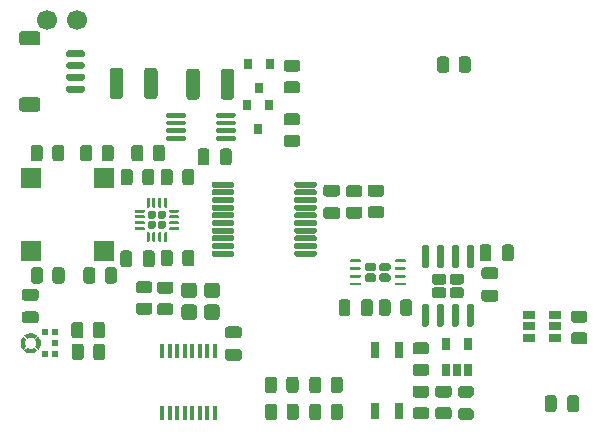
<source format=gtp>
%TF.GenerationSoftware,KiCad,Pcbnew,5.1.10*%
%TF.CreationDate,2021-05-20T00:00:09+01:00*%
%TF.ProjectId,watch2-without-led-tab,77617463-6832-42d7-9769-74686f75742d,rev?*%
%TF.SameCoordinates,Original*%
%TF.FileFunction,Paste,Top*%
%TF.FilePolarity,Positive*%
%FSLAX46Y46*%
G04 Gerber Fmt 4.6, Leading zero omitted, Abs format (unit mm)*
G04 Created by KiCad (PCBNEW 5.1.10) date 2021-05-20 00:00:09*
%MOMM*%
%LPD*%
G01*
G04 APERTURE LIST*
%ADD10C,0.001000*%
%ADD11R,0.700000X1.450000*%
%ADD12R,0.800000X0.900000*%
%ADD13C,1.700000*%
%ADD14R,1.800000X1.800000*%
%ADD15R,0.522000X0.600000*%
%ADD16R,0.400000X1.200000*%
%ADD17R,0.650000X1.060000*%
%ADD18R,1.060000X0.650000*%
G04 APERTURE END LIST*
D10*
%TO.C,MK1*%
G36*
X128710500Y-113325500D02*
G01*
X128810500Y-113425500D01*
X128865500Y-113390500D01*
X128975500Y-113350500D01*
X128975500Y-113345500D01*
X128985500Y-113350500D01*
X129090500Y-113335500D01*
X129100500Y-113331897D01*
X129100500Y-113335500D01*
X129220500Y-113350500D01*
X129320109Y-113393963D01*
X129388166Y-113429328D01*
X129485500Y-113330500D01*
X129600500Y-113220500D01*
X129505500Y-113155500D01*
X129405500Y-113105500D01*
X129315500Y-113075500D01*
X129235500Y-113055500D01*
X129095500Y-113045500D01*
X128935309Y-113059297D01*
X128785500Y-113105500D01*
X128695500Y-113150500D01*
X128595734Y-113215191D01*
X128710500Y-113325500D01*
G37*
X128710500Y-113325500D02*
X128810500Y-113425500D01*
X128865500Y-113390500D01*
X128975500Y-113350500D01*
X128975500Y-113345500D01*
X128985500Y-113350500D01*
X129090500Y-113335500D01*
X129100500Y-113331897D01*
X129100500Y-113335500D01*
X129220500Y-113350500D01*
X129320109Y-113393963D01*
X129388166Y-113429328D01*
X129485500Y-113330500D01*
X129600500Y-113220500D01*
X129505500Y-113155500D01*
X129405500Y-113105500D01*
X129315500Y-113075500D01*
X129235500Y-113055500D01*
X129095500Y-113045500D01*
X128935309Y-113059297D01*
X128785500Y-113105500D01*
X128695500Y-113150500D01*
X128595734Y-113215191D01*
X128710500Y-113325500D01*
G36*
X128565500Y-114235500D02*
G01*
X128670500Y-114135500D01*
X128635500Y-114085500D01*
X128595500Y-113975500D01*
X128581897Y-113855500D01*
X128595500Y-113735500D01*
X128633963Y-113630891D01*
X128669328Y-113567834D01*
X128570500Y-113470500D01*
X128455500Y-113355500D01*
X128390500Y-113450500D01*
X128345500Y-113545500D01*
X128315500Y-113635500D01*
X128295500Y-113715500D01*
X128285500Y-113855500D01*
X128299297Y-114015691D01*
X128345500Y-114165500D01*
X128405500Y-114280500D01*
X128450191Y-114350266D01*
X128565500Y-114235500D01*
G37*
X128565500Y-114235500D02*
X128670500Y-114135500D01*
X128635500Y-114085500D01*
X128595500Y-113975500D01*
X128581897Y-113855500D01*
X128595500Y-113735500D01*
X128633963Y-113630891D01*
X128669328Y-113567834D01*
X128570500Y-113470500D01*
X128455500Y-113355500D01*
X128390500Y-113450500D01*
X128345500Y-113545500D01*
X128315500Y-113635500D01*
X128295500Y-113715500D01*
X128285500Y-113855500D01*
X128299297Y-114015691D01*
X128345500Y-114165500D01*
X128405500Y-114280500D01*
X128450191Y-114350266D01*
X128565500Y-114235500D01*
G36*
X129480500Y-114385500D02*
G01*
X129375500Y-114280500D01*
X129325500Y-114315500D01*
X129215500Y-114355500D01*
X129095500Y-114369103D01*
X128975500Y-114355500D01*
X128870891Y-114317037D01*
X128812834Y-114276672D01*
X128715500Y-114375500D01*
X128595500Y-114495500D01*
X128690500Y-114560500D01*
X128785500Y-114605500D01*
X128865500Y-114635500D01*
X128955500Y-114655500D01*
X129035500Y-114665500D01*
X129160500Y-114665500D01*
X129255691Y-114651703D01*
X129330500Y-114635500D01*
X129405500Y-114605500D01*
X129500500Y-114560500D01*
X129595266Y-114495809D01*
X129480500Y-114385500D01*
G37*
X129480500Y-114385500D02*
X129375500Y-114280500D01*
X129325500Y-114315500D01*
X129215500Y-114355500D01*
X129095500Y-114369103D01*
X128975500Y-114355500D01*
X128870891Y-114317037D01*
X128812834Y-114276672D01*
X128715500Y-114375500D01*
X128595500Y-114495500D01*
X128690500Y-114560500D01*
X128785500Y-114605500D01*
X128865500Y-114635500D01*
X128955500Y-114655500D01*
X129035500Y-114665500D01*
X129160500Y-114665500D01*
X129255691Y-114651703D01*
X129330500Y-114635500D01*
X129405500Y-114605500D01*
X129500500Y-114560500D01*
X129595266Y-114495809D01*
X129480500Y-114385500D01*
G36*
X129625500Y-113480500D02*
G01*
X129530500Y-113575500D01*
X129555500Y-113625500D01*
X129580500Y-113680500D01*
X129595500Y-113735500D01*
X129605500Y-113795500D01*
X129609103Y-113855500D01*
X129595500Y-113975500D01*
X129557037Y-114080109D01*
X129521672Y-114138166D01*
X129620500Y-114240500D01*
X129735500Y-114355500D01*
X129795500Y-114265500D01*
X129845500Y-114165500D01*
X129875500Y-114085500D01*
X129895500Y-113995500D01*
X129905500Y-113855500D01*
X129891703Y-113695309D01*
X129845500Y-113545500D01*
X129795500Y-113440500D01*
X129740809Y-113365734D01*
X129625500Y-113480500D01*
G37*
X129625500Y-113480500D02*
X129530500Y-113575500D01*
X129555500Y-113625500D01*
X129580500Y-113680500D01*
X129595500Y-113735500D01*
X129605500Y-113795500D01*
X129609103Y-113855500D01*
X129595500Y-113975500D01*
X129557037Y-114080109D01*
X129521672Y-114138166D01*
X129620500Y-114240500D01*
X129735500Y-114355500D01*
X129795500Y-114265500D01*
X129845500Y-114165500D01*
X129875500Y-114085500D01*
X129895500Y-113995500D01*
X129905500Y-113855500D01*
X129891703Y-113695309D01*
X129845500Y-113545500D01*
X129795500Y-113440500D01*
X129740809Y-113365734D01*
X129625500Y-113480500D01*
%TD*%
%TO.C,R31*%
G36*
G01*
X145237500Y-93023001D02*
X145237500Y-90872999D01*
G75*
G02*
X145487499Y-90623000I249999J0D01*
G01*
X146112501Y-90623000D01*
G75*
G02*
X146362500Y-90872999I0J-249999D01*
G01*
X146362500Y-93023001D01*
G75*
G02*
X146112501Y-93273000I-249999J0D01*
G01*
X145487499Y-93273000D01*
G75*
G02*
X145237500Y-93023001I0J249999D01*
G01*
G37*
G36*
G01*
X142312500Y-93023001D02*
X142312500Y-90872999D01*
G75*
G02*
X142562499Y-90623000I249999J0D01*
G01*
X143187501Y-90623000D01*
G75*
G02*
X143437500Y-90872999I0J-249999D01*
G01*
X143437500Y-93023001D01*
G75*
G02*
X143187501Y-93273000I-249999J0D01*
G01*
X142562499Y-93273000D01*
G75*
G02*
X142312500Y-93023001I0J249999D01*
G01*
G37*
%TD*%
%TO.C,R28*%
G36*
G01*
X138758500Y-92959501D02*
X138758500Y-90809499D01*
G75*
G02*
X139008499Y-90559500I249999J0D01*
G01*
X139633501Y-90559500D01*
G75*
G02*
X139883500Y-90809499I0J-249999D01*
G01*
X139883500Y-92959501D01*
G75*
G02*
X139633501Y-93209500I-249999J0D01*
G01*
X139008499Y-93209500D01*
G75*
G02*
X138758500Y-92959501I0J249999D01*
G01*
G37*
G36*
G01*
X135833500Y-92959501D02*
X135833500Y-90809499D01*
G75*
G02*
X136083499Y-90559500I249999J0D01*
G01*
X136708501Y-90559500D01*
G75*
G02*
X136958500Y-90809499I0J-249999D01*
G01*
X136958500Y-92959501D01*
G75*
G02*
X136708501Y-93209500I-249999J0D01*
G01*
X136083499Y-93209500D01*
G75*
G02*
X135833500Y-92959501I0J249999D01*
G01*
G37*
%TD*%
%TO.C,R10*%
G36*
G01*
X164534001Y-118495500D02*
X163633999Y-118495500D01*
G75*
G02*
X163384000Y-118245501I0J249999D01*
G01*
X163384000Y-117720499D01*
G75*
G02*
X163633999Y-117470500I249999J0D01*
G01*
X164534001Y-117470500D01*
G75*
G02*
X164784000Y-117720499I0J-249999D01*
G01*
X164784000Y-118245501D01*
G75*
G02*
X164534001Y-118495500I-249999J0D01*
G01*
G37*
G36*
G01*
X164534001Y-120320500D02*
X163633999Y-120320500D01*
G75*
G02*
X163384000Y-120070501I0J249999D01*
G01*
X163384000Y-119545499D01*
G75*
G02*
X163633999Y-119295500I249999J0D01*
G01*
X164534001Y-119295500D01*
G75*
G02*
X164784000Y-119545499I0J-249999D01*
G01*
X164784000Y-120070501D01*
G75*
G02*
X164534001Y-120320500I-249999J0D01*
G01*
G37*
%TD*%
D11*
%TO.C,SW2*%
X160321500Y-119610500D03*
X160321500Y-114450500D03*
X158321500Y-114450500D03*
X158321500Y-119610500D03*
%TD*%
%TO.C,U3*%
G36*
G01*
X160874500Y-108804500D02*
X160874500Y-108929500D01*
G75*
G02*
X160812000Y-108992000I-62500J0D01*
G01*
X160037000Y-108992000D01*
G75*
G02*
X159974500Y-108929500I0J62500D01*
G01*
X159974500Y-108804500D01*
G75*
G02*
X160037000Y-108742000I62500J0D01*
G01*
X160812000Y-108742000D01*
G75*
G02*
X160874500Y-108804500I0J-62500D01*
G01*
G37*
G36*
G01*
X160874500Y-108154500D02*
X160874500Y-108279500D01*
G75*
G02*
X160812000Y-108342000I-62500J0D01*
G01*
X160037000Y-108342000D01*
G75*
G02*
X159974500Y-108279500I0J62500D01*
G01*
X159974500Y-108154500D01*
G75*
G02*
X160037000Y-108092000I62500J0D01*
G01*
X160812000Y-108092000D01*
G75*
G02*
X160874500Y-108154500I0J-62500D01*
G01*
G37*
G36*
G01*
X160874500Y-107504500D02*
X160874500Y-107629500D01*
G75*
G02*
X160812000Y-107692000I-62500J0D01*
G01*
X160037000Y-107692000D01*
G75*
G02*
X159974500Y-107629500I0J62500D01*
G01*
X159974500Y-107504500D01*
G75*
G02*
X160037000Y-107442000I62500J0D01*
G01*
X160812000Y-107442000D01*
G75*
G02*
X160874500Y-107504500I0J-62500D01*
G01*
G37*
G36*
G01*
X160874500Y-106854500D02*
X160874500Y-106979500D01*
G75*
G02*
X160812000Y-107042000I-62500J0D01*
G01*
X160037000Y-107042000D01*
G75*
G02*
X159974500Y-106979500I0J62500D01*
G01*
X159974500Y-106854500D01*
G75*
G02*
X160037000Y-106792000I62500J0D01*
G01*
X160812000Y-106792000D01*
G75*
G02*
X160874500Y-106854500I0J-62500D01*
G01*
G37*
G36*
G01*
X157074500Y-106854500D02*
X157074500Y-106979500D01*
G75*
G02*
X157012000Y-107042000I-62500J0D01*
G01*
X156237000Y-107042000D01*
G75*
G02*
X156174500Y-106979500I0J62500D01*
G01*
X156174500Y-106854500D01*
G75*
G02*
X156237000Y-106792000I62500J0D01*
G01*
X157012000Y-106792000D01*
G75*
G02*
X157074500Y-106854500I0J-62500D01*
G01*
G37*
G36*
G01*
X157074500Y-107504500D02*
X157074500Y-107629500D01*
G75*
G02*
X157012000Y-107692000I-62500J0D01*
G01*
X156237000Y-107692000D01*
G75*
G02*
X156174500Y-107629500I0J62500D01*
G01*
X156174500Y-107504500D01*
G75*
G02*
X156237000Y-107442000I62500J0D01*
G01*
X157012000Y-107442000D01*
G75*
G02*
X157074500Y-107504500I0J-62500D01*
G01*
G37*
G36*
G01*
X157074500Y-108154500D02*
X157074500Y-108279500D01*
G75*
G02*
X157012000Y-108342000I-62500J0D01*
G01*
X156237000Y-108342000D01*
G75*
G02*
X156174500Y-108279500I0J62500D01*
G01*
X156174500Y-108154500D01*
G75*
G02*
X156237000Y-108092000I62500J0D01*
G01*
X157012000Y-108092000D01*
G75*
G02*
X157074500Y-108154500I0J-62500D01*
G01*
G37*
G36*
G01*
X157074500Y-108804500D02*
X157074500Y-108929500D01*
G75*
G02*
X157012000Y-108992000I-62500J0D01*
G01*
X156237000Y-108992000D01*
G75*
G02*
X156174500Y-108929500I0J62500D01*
G01*
X156174500Y-108804500D01*
G75*
G02*
X156237000Y-108742000I62500J0D01*
G01*
X157012000Y-108742000D01*
G75*
G02*
X157074500Y-108804500I0J-62500D01*
G01*
G37*
G36*
G01*
X159609500Y-108159500D02*
X159609500Y-108524500D01*
G75*
G02*
X159427000Y-108707000I-182500J0D01*
G01*
X158822000Y-108707000D01*
G75*
G02*
X158639500Y-108524500I0J182500D01*
G01*
X158639500Y-108159500D01*
G75*
G02*
X158822000Y-107977000I182500J0D01*
G01*
X159427000Y-107977000D01*
G75*
G02*
X159609500Y-108159500I0J-182500D01*
G01*
G37*
G36*
G01*
X159609500Y-107259500D02*
X159609500Y-107624500D01*
G75*
G02*
X159427000Y-107807000I-182500J0D01*
G01*
X158822000Y-107807000D01*
G75*
G02*
X158639500Y-107624500I0J182500D01*
G01*
X158639500Y-107259500D01*
G75*
G02*
X158822000Y-107077000I182500J0D01*
G01*
X159427000Y-107077000D01*
G75*
G02*
X159609500Y-107259500I0J-182500D01*
G01*
G37*
G36*
G01*
X158409500Y-108159500D02*
X158409500Y-108524500D01*
G75*
G02*
X158227000Y-108707000I-182500J0D01*
G01*
X157622000Y-108707000D01*
G75*
G02*
X157439500Y-108524500I0J182500D01*
G01*
X157439500Y-108159500D01*
G75*
G02*
X157622000Y-107977000I182500J0D01*
G01*
X158227000Y-107977000D01*
G75*
G02*
X158409500Y-108159500I0J-182500D01*
G01*
G37*
G36*
G01*
X158409500Y-107259500D02*
X158409500Y-107624500D01*
G75*
G02*
X158227000Y-107807000I-182500J0D01*
G01*
X157622000Y-107807000D01*
G75*
G02*
X157439500Y-107624500I0J182500D01*
G01*
X157439500Y-107259500D01*
G75*
G02*
X157622000Y-107077000I182500J0D01*
G01*
X158227000Y-107077000D01*
G75*
G02*
X158409500Y-107259500I0J-182500D01*
G01*
G37*
%TD*%
%TO.C,R15*%
G36*
G01*
X160420000Y-111321001D02*
X160420000Y-110420999D01*
G75*
G02*
X160669999Y-110171000I249999J0D01*
G01*
X161195001Y-110171000D01*
G75*
G02*
X161445000Y-110420999I0J-249999D01*
G01*
X161445000Y-111321001D01*
G75*
G02*
X161195001Y-111571000I-249999J0D01*
G01*
X160669999Y-111571000D01*
G75*
G02*
X160420000Y-111321001I0J249999D01*
G01*
G37*
G36*
G01*
X158595000Y-111321001D02*
X158595000Y-110420999D01*
G75*
G02*
X158844999Y-110171000I249999J0D01*
G01*
X159370001Y-110171000D01*
G75*
G02*
X159620000Y-110420999I0J-249999D01*
G01*
X159620000Y-111321001D01*
G75*
G02*
X159370001Y-111571000I-249999J0D01*
G01*
X158844999Y-111571000D01*
G75*
G02*
X158595000Y-111321001I0J249999D01*
G01*
G37*
%TD*%
%TO.C,C3*%
G36*
G01*
X156204500Y-110396000D02*
X156204500Y-111346000D01*
G75*
G02*
X155954500Y-111596000I-250000J0D01*
G01*
X155454500Y-111596000D01*
G75*
G02*
X155204500Y-111346000I0J250000D01*
G01*
X155204500Y-110396000D01*
G75*
G02*
X155454500Y-110146000I250000J0D01*
G01*
X155954500Y-110146000D01*
G75*
G02*
X156204500Y-110396000I0J-250000D01*
G01*
G37*
G36*
G01*
X158104500Y-110396000D02*
X158104500Y-111346000D01*
G75*
G02*
X157854500Y-111596000I-250000J0D01*
G01*
X157354500Y-111596000D01*
G75*
G02*
X157104500Y-111346000I0J250000D01*
G01*
X157104500Y-110396000D01*
G75*
G02*
X157354500Y-110146000I250000J0D01*
G01*
X157854500Y-110146000D01*
G75*
G02*
X158104500Y-110396000I0J-250000D01*
G01*
G37*
%TD*%
%TO.C,U10*%
G36*
G01*
X142256500Y-96435000D02*
X142256500Y-96635000D01*
G75*
G02*
X142156500Y-96735000I-100000J0D01*
G01*
X140731500Y-96735000D01*
G75*
G02*
X140631500Y-96635000I0J100000D01*
G01*
X140631500Y-96435000D01*
G75*
G02*
X140731500Y-96335000I100000J0D01*
G01*
X142156500Y-96335000D01*
G75*
G02*
X142256500Y-96435000I0J-100000D01*
G01*
G37*
G36*
G01*
X142256500Y-95785000D02*
X142256500Y-95985000D01*
G75*
G02*
X142156500Y-96085000I-100000J0D01*
G01*
X140731500Y-96085000D01*
G75*
G02*
X140631500Y-95985000I0J100000D01*
G01*
X140631500Y-95785000D01*
G75*
G02*
X140731500Y-95685000I100000J0D01*
G01*
X142156500Y-95685000D01*
G75*
G02*
X142256500Y-95785000I0J-100000D01*
G01*
G37*
G36*
G01*
X142256500Y-95135000D02*
X142256500Y-95335000D01*
G75*
G02*
X142156500Y-95435000I-100000J0D01*
G01*
X140731500Y-95435000D01*
G75*
G02*
X140631500Y-95335000I0J100000D01*
G01*
X140631500Y-95135000D01*
G75*
G02*
X140731500Y-95035000I100000J0D01*
G01*
X142156500Y-95035000D01*
G75*
G02*
X142256500Y-95135000I0J-100000D01*
G01*
G37*
G36*
G01*
X142256500Y-94485000D02*
X142256500Y-94685000D01*
G75*
G02*
X142156500Y-94785000I-100000J0D01*
G01*
X140731500Y-94785000D01*
G75*
G02*
X140631500Y-94685000I0J100000D01*
G01*
X140631500Y-94485000D01*
G75*
G02*
X140731500Y-94385000I100000J0D01*
G01*
X142156500Y-94385000D01*
G75*
G02*
X142256500Y-94485000I0J-100000D01*
G01*
G37*
G36*
G01*
X146481500Y-94485000D02*
X146481500Y-94685000D01*
G75*
G02*
X146381500Y-94785000I-100000J0D01*
G01*
X144956500Y-94785000D01*
G75*
G02*
X144856500Y-94685000I0J100000D01*
G01*
X144856500Y-94485000D01*
G75*
G02*
X144956500Y-94385000I100000J0D01*
G01*
X146381500Y-94385000D01*
G75*
G02*
X146481500Y-94485000I0J-100000D01*
G01*
G37*
G36*
G01*
X146481500Y-95135000D02*
X146481500Y-95335000D01*
G75*
G02*
X146381500Y-95435000I-100000J0D01*
G01*
X144956500Y-95435000D01*
G75*
G02*
X144856500Y-95335000I0J100000D01*
G01*
X144856500Y-95135000D01*
G75*
G02*
X144956500Y-95035000I100000J0D01*
G01*
X146381500Y-95035000D01*
G75*
G02*
X146481500Y-95135000I0J-100000D01*
G01*
G37*
G36*
G01*
X146481500Y-95785000D02*
X146481500Y-95985000D01*
G75*
G02*
X146381500Y-96085000I-100000J0D01*
G01*
X144956500Y-96085000D01*
G75*
G02*
X144856500Y-95985000I0J100000D01*
G01*
X144856500Y-95785000D01*
G75*
G02*
X144956500Y-95685000I100000J0D01*
G01*
X146381500Y-95685000D01*
G75*
G02*
X146481500Y-95785000I0J-100000D01*
G01*
G37*
G36*
G01*
X146481500Y-96435000D02*
X146481500Y-96635000D01*
G75*
G02*
X146381500Y-96735000I-100000J0D01*
G01*
X144956500Y-96735000D01*
G75*
G02*
X144856500Y-96635000I0J100000D01*
G01*
X144856500Y-96435000D01*
G75*
G02*
X144956500Y-96335000I100000J0D01*
G01*
X146381500Y-96335000D01*
G75*
G02*
X146481500Y-96435000I0J-100000D01*
G01*
G37*
%TD*%
%TO.C,C9*%
G36*
G01*
X144266500Y-97632500D02*
X144266500Y-98582500D01*
G75*
G02*
X144016500Y-98832500I-250000J0D01*
G01*
X143516500Y-98832500D01*
G75*
G02*
X143266500Y-98582500I0J250000D01*
G01*
X143266500Y-97632500D01*
G75*
G02*
X143516500Y-97382500I250000J0D01*
G01*
X144016500Y-97382500D01*
G75*
G02*
X144266500Y-97632500I0J-250000D01*
G01*
G37*
G36*
G01*
X146166500Y-97632500D02*
X146166500Y-98582500D01*
G75*
G02*
X145916500Y-98832500I-250000J0D01*
G01*
X145416500Y-98832500D01*
G75*
G02*
X145166500Y-98582500I0J250000D01*
G01*
X145166500Y-97632500D01*
G75*
G02*
X145416500Y-97382500I250000J0D01*
G01*
X145916500Y-97382500D01*
G75*
G02*
X146166500Y-97632500I0J-250000D01*
G01*
G37*
%TD*%
D12*
%TO.C,Q3*%
X148399500Y-95742000D03*
X147449500Y-93742000D03*
X149349500Y-93742000D03*
%TD*%
%TO.C,Q2*%
X149413000Y-90249500D03*
X147513000Y-90249500D03*
X148463000Y-92249500D03*
%TD*%
%TO.C,R32*%
G36*
G01*
X150806998Y-91713000D02*
X151707002Y-91713000D01*
G75*
G02*
X151957000Y-91962998I0J-249998D01*
G01*
X151957000Y-92488002D01*
G75*
G02*
X151707002Y-92738000I-249998J0D01*
G01*
X150806998Y-92738000D01*
G75*
G02*
X150557000Y-92488002I0J249998D01*
G01*
X150557000Y-91962998D01*
G75*
G02*
X150806998Y-91713000I249998J0D01*
G01*
G37*
G36*
G01*
X150806998Y-89888000D02*
X151707002Y-89888000D01*
G75*
G02*
X151957000Y-90137998I0J-249998D01*
G01*
X151957000Y-90663002D01*
G75*
G02*
X151707002Y-90913000I-249998J0D01*
G01*
X150806998Y-90913000D01*
G75*
G02*
X150557000Y-90663002I0J249998D01*
G01*
X150557000Y-90137998D01*
G75*
G02*
X150806998Y-89888000I249998J0D01*
G01*
G37*
%TD*%
%TO.C,J2*%
G36*
G01*
X132312000Y-89068500D02*
X133562000Y-89068500D01*
G75*
G02*
X133712000Y-89218500I0J-150000D01*
G01*
X133712000Y-89518500D01*
G75*
G02*
X133562000Y-89668500I-150000J0D01*
G01*
X132312000Y-89668500D01*
G75*
G02*
X132162000Y-89518500I0J150000D01*
G01*
X132162000Y-89218500D01*
G75*
G02*
X132312000Y-89068500I150000J0D01*
G01*
G37*
G36*
G01*
X132312000Y-90068500D02*
X133562000Y-90068500D01*
G75*
G02*
X133712000Y-90218500I0J-150000D01*
G01*
X133712000Y-90518500D01*
G75*
G02*
X133562000Y-90668500I-150000J0D01*
G01*
X132312000Y-90668500D01*
G75*
G02*
X132162000Y-90518500I0J150000D01*
G01*
X132162000Y-90218500D01*
G75*
G02*
X132312000Y-90068500I150000J0D01*
G01*
G37*
G36*
G01*
X132312000Y-91068500D02*
X133562000Y-91068500D01*
G75*
G02*
X133712000Y-91218500I0J-150000D01*
G01*
X133712000Y-91518500D01*
G75*
G02*
X133562000Y-91668500I-150000J0D01*
G01*
X132312000Y-91668500D01*
G75*
G02*
X132162000Y-91518500I0J150000D01*
G01*
X132162000Y-91218500D01*
G75*
G02*
X132312000Y-91068500I150000J0D01*
G01*
G37*
G36*
G01*
X132312000Y-92068500D02*
X133562000Y-92068500D01*
G75*
G02*
X133712000Y-92218500I0J-150000D01*
G01*
X133712000Y-92518500D01*
G75*
G02*
X133562000Y-92668500I-150000J0D01*
G01*
X132312000Y-92668500D01*
G75*
G02*
X132162000Y-92518500I0J150000D01*
G01*
X132162000Y-92218500D01*
G75*
G02*
X132312000Y-92068500I150000J0D01*
G01*
G37*
G36*
G01*
X128411999Y-87468500D02*
X129712001Y-87468500D01*
G75*
G02*
X129962000Y-87718499I0J-249999D01*
G01*
X129962000Y-88418501D01*
G75*
G02*
X129712001Y-88668500I-249999J0D01*
G01*
X128411999Y-88668500D01*
G75*
G02*
X128162000Y-88418501I0J249999D01*
G01*
X128162000Y-87718499D01*
G75*
G02*
X128411999Y-87468500I249999J0D01*
G01*
G37*
G36*
G01*
X128411999Y-93068500D02*
X129712001Y-93068500D01*
G75*
G02*
X129962000Y-93318499I0J-249999D01*
G01*
X129962000Y-94018501D01*
G75*
G02*
X129712001Y-94268500I-249999J0D01*
G01*
X128411999Y-94268500D01*
G75*
G02*
X128162000Y-94018501I0J249999D01*
G01*
X128162000Y-93318499D01*
G75*
G02*
X128411999Y-93068500I249999J0D01*
G01*
G37*
%TD*%
%TO.C,U6*%
G36*
G01*
X146357500Y-106178000D02*
X146357500Y-106428000D01*
G75*
G02*
X146232500Y-106553000I-125000J0D01*
G01*
X144582500Y-106553000D01*
G75*
G02*
X144457500Y-106428000I0J125000D01*
G01*
X144457500Y-106178000D01*
G75*
G02*
X144582500Y-106053000I125000J0D01*
G01*
X146232500Y-106053000D01*
G75*
G02*
X146357500Y-106178000I0J-125000D01*
G01*
G37*
G36*
G01*
X146357500Y-105528000D02*
X146357500Y-105778000D01*
G75*
G02*
X146232500Y-105903000I-125000J0D01*
G01*
X144582500Y-105903000D01*
G75*
G02*
X144457500Y-105778000I0J125000D01*
G01*
X144457500Y-105528000D01*
G75*
G02*
X144582500Y-105403000I125000J0D01*
G01*
X146232500Y-105403000D01*
G75*
G02*
X146357500Y-105528000I0J-125000D01*
G01*
G37*
G36*
G01*
X146357500Y-104878000D02*
X146357500Y-105128000D01*
G75*
G02*
X146232500Y-105253000I-125000J0D01*
G01*
X144582500Y-105253000D01*
G75*
G02*
X144457500Y-105128000I0J125000D01*
G01*
X144457500Y-104878000D01*
G75*
G02*
X144582500Y-104753000I125000J0D01*
G01*
X146232500Y-104753000D01*
G75*
G02*
X146357500Y-104878000I0J-125000D01*
G01*
G37*
G36*
G01*
X146357500Y-104228000D02*
X146357500Y-104478000D01*
G75*
G02*
X146232500Y-104603000I-125000J0D01*
G01*
X144582500Y-104603000D01*
G75*
G02*
X144457500Y-104478000I0J125000D01*
G01*
X144457500Y-104228000D01*
G75*
G02*
X144582500Y-104103000I125000J0D01*
G01*
X146232500Y-104103000D01*
G75*
G02*
X146357500Y-104228000I0J-125000D01*
G01*
G37*
G36*
G01*
X146357500Y-103578000D02*
X146357500Y-103828000D01*
G75*
G02*
X146232500Y-103953000I-125000J0D01*
G01*
X144582500Y-103953000D01*
G75*
G02*
X144457500Y-103828000I0J125000D01*
G01*
X144457500Y-103578000D01*
G75*
G02*
X144582500Y-103453000I125000J0D01*
G01*
X146232500Y-103453000D01*
G75*
G02*
X146357500Y-103578000I0J-125000D01*
G01*
G37*
G36*
G01*
X146357500Y-102928000D02*
X146357500Y-103178000D01*
G75*
G02*
X146232500Y-103303000I-125000J0D01*
G01*
X144582500Y-103303000D01*
G75*
G02*
X144457500Y-103178000I0J125000D01*
G01*
X144457500Y-102928000D01*
G75*
G02*
X144582500Y-102803000I125000J0D01*
G01*
X146232500Y-102803000D01*
G75*
G02*
X146357500Y-102928000I0J-125000D01*
G01*
G37*
G36*
G01*
X146357500Y-102278000D02*
X146357500Y-102528000D01*
G75*
G02*
X146232500Y-102653000I-125000J0D01*
G01*
X144582500Y-102653000D01*
G75*
G02*
X144457500Y-102528000I0J125000D01*
G01*
X144457500Y-102278000D01*
G75*
G02*
X144582500Y-102153000I125000J0D01*
G01*
X146232500Y-102153000D01*
G75*
G02*
X146357500Y-102278000I0J-125000D01*
G01*
G37*
G36*
G01*
X146357500Y-101628000D02*
X146357500Y-101878000D01*
G75*
G02*
X146232500Y-102003000I-125000J0D01*
G01*
X144582500Y-102003000D01*
G75*
G02*
X144457500Y-101878000I0J125000D01*
G01*
X144457500Y-101628000D01*
G75*
G02*
X144582500Y-101503000I125000J0D01*
G01*
X146232500Y-101503000D01*
G75*
G02*
X146357500Y-101628000I0J-125000D01*
G01*
G37*
G36*
G01*
X146357500Y-100978000D02*
X146357500Y-101228000D01*
G75*
G02*
X146232500Y-101353000I-125000J0D01*
G01*
X144582500Y-101353000D01*
G75*
G02*
X144457500Y-101228000I0J125000D01*
G01*
X144457500Y-100978000D01*
G75*
G02*
X144582500Y-100853000I125000J0D01*
G01*
X146232500Y-100853000D01*
G75*
G02*
X146357500Y-100978000I0J-125000D01*
G01*
G37*
G36*
G01*
X146357500Y-100328000D02*
X146357500Y-100578000D01*
G75*
G02*
X146232500Y-100703000I-125000J0D01*
G01*
X144582500Y-100703000D01*
G75*
G02*
X144457500Y-100578000I0J125000D01*
G01*
X144457500Y-100328000D01*
G75*
G02*
X144582500Y-100203000I125000J0D01*
G01*
X146232500Y-100203000D01*
G75*
G02*
X146357500Y-100328000I0J-125000D01*
G01*
G37*
G36*
G01*
X153357500Y-100328000D02*
X153357500Y-100578000D01*
G75*
G02*
X153232500Y-100703000I-125000J0D01*
G01*
X151582500Y-100703000D01*
G75*
G02*
X151457500Y-100578000I0J125000D01*
G01*
X151457500Y-100328000D01*
G75*
G02*
X151582500Y-100203000I125000J0D01*
G01*
X153232500Y-100203000D01*
G75*
G02*
X153357500Y-100328000I0J-125000D01*
G01*
G37*
G36*
G01*
X153357500Y-100978000D02*
X153357500Y-101228000D01*
G75*
G02*
X153232500Y-101353000I-125000J0D01*
G01*
X151582500Y-101353000D01*
G75*
G02*
X151457500Y-101228000I0J125000D01*
G01*
X151457500Y-100978000D01*
G75*
G02*
X151582500Y-100853000I125000J0D01*
G01*
X153232500Y-100853000D01*
G75*
G02*
X153357500Y-100978000I0J-125000D01*
G01*
G37*
G36*
G01*
X153357500Y-101628000D02*
X153357500Y-101878000D01*
G75*
G02*
X153232500Y-102003000I-125000J0D01*
G01*
X151582500Y-102003000D01*
G75*
G02*
X151457500Y-101878000I0J125000D01*
G01*
X151457500Y-101628000D01*
G75*
G02*
X151582500Y-101503000I125000J0D01*
G01*
X153232500Y-101503000D01*
G75*
G02*
X153357500Y-101628000I0J-125000D01*
G01*
G37*
G36*
G01*
X153357500Y-102278000D02*
X153357500Y-102528000D01*
G75*
G02*
X153232500Y-102653000I-125000J0D01*
G01*
X151582500Y-102653000D01*
G75*
G02*
X151457500Y-102528000I0J125000D01*
G01*
X151457500Y-102278000D01*
G75*
G02*
X151582500Y-102153000I125000J0D01*
G01*
X153232500Y-102153000D01*
G75*
G02*
X153357500Y-102278000I0J-125000D01*
G01*
G37*
G36*
G01*
X153357500Y-102928000D02*
X153357500Y-103178000D01*
G75*
G02*
X153232500Y-103303000I-125000J0D01*
G01*
X151582500Y-103303000D01*
G75*
G02*
X151457500Y-103178000I0J125000D01*
G01*
X151457500Y-102928000D01*
G75*
G02*
X151582500Y-102803000I125000J0D01*
G01*
X153232500Y-102803000D01*
G75*
G02*
X153357500Y-102928000I0J-125000D01*
G01*
G37*
G36*
G01*
X153357500Y-103578000D02*
X153357500Y-103828000D01*
G75*
G02*
X153232500Y-103953000I-125000J0D01*
G01*
X151582500Y-103953000D01*
G75*
G02*
X151457500Y-103828000I0J125000D01*
G01*
X151457500Y-103578000D01*
G75*
G02*
X151582500Y-103453000I125000J0D01*
G01*
X153232500Y-103453000D01*
G75*
G02*
X153357500Y-103578000I0J-125000D01*
G01*
G37*
G36*
G01*
X153357500Y-104228000D02*
X153357500Y-104478000D01*
G75*
G02*
X153232500Y-104603000I-125000J0D01*
G01*
X151582500Y-104603000D01*
G75*
G02*
X151457500Y-104478000I0J125000D01*
G01*
X151457500Y-104228000D01*
G75*
G02*
X151582500Y-104103000I125000J0D01*
G01*
X153232500Y-104103000D01*
G75*
G02*
X153357500Y-104228000I0J-125000D01*
G01*
G37*
G36*
G01*
X153357500Y-104878000D02*
X153357500Y-105128000D01*
G75*
G02*
X153232500Y-105253000I-125000J0D01*
G01*
X151582500Y-105253000D01*
G75*
G02*
X151457500Y-105128000I0J125000D01*
G01*
X151457500Y-104878000D01*
G75*
G02*
X151582500Y-104753000I125000J0D01*
G01*
X153232500Y-104753000D01*
G75*
G02*
X153357500Y-104878000I0J-125000D01*
G01*
G37*
G36*
G01*
X153357500Y-105528000D02*
X153357500Y-105778000D01*
G75*
G02*
X153232500Y-105903000I-125000J0D01*
G01*
X151582500Y-105903000D01*
G75*
G02*
X151457500Y-105778000I0J125000D01*
G01*
X151457500Y-105528000D01*
G75*
G02*
X151582500Y-105403000I125000J0D01*
G01*
X153232500Y-105403000D01*
G75*
G02*
X153357500Y-105528000I0J-125000D01*
G01*
G37*
G36*
G01*
X153357500Y-106178000D02*
X153357500Y-106428000D01*
G75*
G02*
X153232500Y-106553000I-125000J0D01*
G01*
X151582500Y-106553000D01*
G75*
G02*
X151457500Y-106428000I0J125000D01*
G01*
X151457500Y-106178000D01*
G75*
G02*
X151582500Y-106053000I125000J0D01*
G01*
X153232500Y-106053000D01*
G75*
G02*
X153357500Y-106178000I0J-125000D01*
G01*
G37*
%TD*%
%TO.C,C1*%
G36*
G01*
X145829000Y-112466500D02*
X146779000Y-112466500D01*
G75*
G02*
X147029000Y-112716500I0J-250000D01*
G01*
X147029000Y-113216500D01*
G75*
G02*
X146779000Y-113466500I-250000J0D01*
G01*
X145829000Y-113466500D01*
G75*
G02*
X145579000Y-113216500I0J250000D01*
G01*
X145579000Y-112716500D01*
G75*
G02*
X145829000Y-112466500I250000J0D01*
G01*
G37*
G36*
G01*
X145829000Y-114366500D02*
X146779000Y-114366500D01*
G75*
G02*
X147029000Y-114616500I0J-250000D01*
G01*
X147029000Y-115116500D01*
G75*
G02*
X146779000Y-115366500I-250000J0D01*
G01*
X145829000Y-115366500D01*
G75*
G02*
X145579000Y-115116500I0J250000D01*
G01*
X145579000Y-114616500D01*
G75*
G02*
X145829000Y-114366500I250000J0D01*
G01*
G37*
%TD*%
%TO.C,C2*%
G36*
G01*
X174567000Y-119474000D02*
X174567000Y-118524000D01*
G75*
G02*
X174817000Y-118274000I250000J0D01*
G01*
X175317000Y-118274000D01*
G75*
G02*
X175567000Y-118524000I0J-250000D01*
G01*
X175567000Y-119474000D01*
G75*
G02*
X175317000Y-119724000I-250000J0D01*
G01*
X174817000Y-119724000D01*
G75*
G02*
X174567000Y-119474000I0J250000D01*
G01*
G37*
G36*
G01*
X172667000Y-119474000D02*
X172667000Y-118524000D01*
G75*
G02*
X172917000Y-118274000I250000J0D01*
G01*
X173417000Y-118274000D01*
G75*
G02*
X173667000Y-118524000I0J-250000D01*
G01*
X173667000Y-119474000D01*
G75*
G02*
X173417000Y-119724000I-250000J0D01*
G01*
X172917000Y-119724000D01*
G75*
G02*
X172667000Y-119474000I0J250000D01*
G01*
G37*
%TD*%
%TO.C,C4*%
G36*
G01*
X167546000Y-107450000D02*
X168496000Y-107450000D01*
G75*
G02*
X168746000Y-107700000I0J-250000D01*
G01*
X168746000Y-108200000D01*
G75*
G02*
X168496000Y-108450000I-250000J0D01*
G01*
X167546000Y-108450000D01*
G75*
G02*
X167296000Y-108200000I0J250000D01*
G01*
X167296000Y-107700000D01*
G75*
G02*
X167546000Y-107450000I250000J0D01*
G01*
G37*
G36*
G01*
X167546000Y-109350000D02*
X168496000Y-109350000D01*
G75*
G02*
X168746000Y-109600000I0J-250000D01*
G01*
X168746000Y-110100000D01*
G75*
G02*
X168496000Y-110350000I-250000J0D01*
G01*
X167546000Y-110350000D01*
G75*
G02*
X167296000Y-110100000I0J250000D01*
G01*
X167296000Y-109600000D01*
G75*
G02*
X167546000Y-109350000I250000J0D01*
G01*
G37*
%TD*%
%TO.C,C5*%
G36*
G01*
X155097500Y-103367500D02*
X154147500Y-103367500D01*
G75*
G02*
X153897500Y-103117500I0J250000D01*
G01*
X153897500Y-102617500D01*
G75*
G02*
X154147500Y-102367500I250000J0D01*
G01*
X155097500Y-102367500D01*
G75*
G02*
X155347500Y-102617500I0J-250000D01*
G01*
X155347500Y-103117500D01*
G75*
G02*
X155097500Y-103367500I-250000J0D01*
G01*
G37*
G36*
G01*
X155097500Y-101467500D02*
X154147500Y-101467500D01*
G75*
G02*
X153897500Y-101217500I0J250000D01*
G01*
X153897500Y-100717500D01*
G75*
G02*
X154147500Y-100467500I250000J0D01*
G01*
X155097500Y-100467500D01*
G75*
G02*
X155347500Y-100717500I0J-250000D01*
G01*
X155347500Y-101217500D01*
G75*
G02*
X155097500Y-101467500I-250000J0D01*
G01*
G37*
%TD*%
%TO.C,C6*%
G36*
G01*
X169045000Y-106710500D02*
X169045000Y-105760500D01*
G75*
G02*
X169295000Y-105510500I250000J0D01*
G01*
X169795000Y-105510500D01*
G75*
G02*
X170045000Y-105760500I0J-250000D01*
G01*
X170045000Y-106710500D01*
G75*
G02*
X169795000Y-106960500I-250000J0D01*
G01*
X169295000Y-106960500D01*
G75*
G02*
X169045000Y-106710500I0J250000D01*
G01*
G37*
G36*
G01*
X167145000Y-106710500D02*
X167145000Y-105760500D01*
G75*
G02*
X167395000Y-105510500I250000J0D01*
G01*
X167895000Y-105510500D01*
G75*
G02*
X168145000Y-105760500I0J-250000D01*
G01*
X168145000Y-106710500D01*
G75*
G02*
X167895000Y-106960500I-250000J0D01*
G01*
X167395000Y-106960500D01*
G75*
G02*
X167145000Y-106710500I0J250000D01*
G01*
G37*
%TD*%
%TO.C,C7*%
G36*
G01*
X138623500Y-107218500D02*
X138623500Y-106268500D01*
G75*
G02*
X138873500Y-106018500I250000J0D01*
G01*
X139373500Y-106018500D01*
G75*
G02*
X139623500Y-106268500I0J-250000D01*
G01*
X139623500Y-107218500D01*
G75*
G02*
X139373500Y-107468500I-250000J0D01*
G01*
X138873500Y-107468500D01*
G75*
G02*
X138623500Y-107218500I0J250000D01*
G01*
G37*
G36*
G01*
X136723500Y-107218500D02*
X136723500Y-106268500D01*
G75*
G02*
X136973500Y-106018500I250000J0D01*
G01*
X137473500Y-106018500D01*
G75*
G02*
X137723500Y-106268500I0J-250000D01*
G01*
X137723500Y-107218500D01*
G75*
G02*
X137473500Y-107468500I-250000J0D01*
G01*
X136973500Y-107468500D01*
G75*
G02*
X136723500Y-107218500I0J250000D01*
G01*
G37*
%TD*%
%TO.C,C8*%
G36*
G01*
X129570500Y-112196500D02*
X128620500Y-112196500D01*
G75*
G02*
X128370500Y-111946500I0J250000D01*
G01*
X128370500Y-111446500D01*
G75*
G02*
X128620500Y-111196500I250000J0D01*
G01*
X129570500Y-111196500D01*
G75*
G02*
X129820500Y-111446500I0J-250000D01*
G01*
X129820500Y-111946500D01*
G75*
G02*
X129570500Y-112196500I-250000J0D01*
G01*
G37*
G36*
G01*
X129570500Y-110296500D02*
X128620500Y-110296500D01*
G75*
G02*
X128370500Y-110046500I0J250000D01*
G01*
X128370500Y-109546500D01*
G75*
G02*
X128620500Y-109296500I250000J0D01*
G01*
X129570500Y-109296500D01*
G75*
G02*
X129820500Y-109546500I0J-250000D01*
G01*
X129820500Y-110046500D01*
G75*
G02*
X129570500Y-110296500I-250000J0D01*
G01*
G37*
%TD*%
%TO.C,D1*%
G36*
G01*
X165531000Y-119408000D02*
X166447000Y-119408000D01*
G75*
G02*
X166639000Y-119600000I0J-192000D01*
G01*
X166639000Y-120216000D01*
G75*
G02*
X166447000Y-120408000I-192000J0D01*
G01*
X165531000Y-120408000D01*
G75*
G02*
X165339000Y-120216000I0J192000D01*
G01*
X165339000Y-119600000D01*
G75*
G02*
X165531000Y-119408000I192000J0D01*
G01*
G37*
G36*
G01*
X165531000Y-117483000D02*
X166447000Y-117483000D01*
G75*
G02*
X166639000Y-117675000I0J-192000D01*
G01*
X166639000Y-118291000D01*
G75*
G02*
X166447000Y-118483000I-192000J0D01*
G01*
X165531000Y-118483000D01*
G75*
G02*
X165339000Y-118291000I0J192000D01*
G01*
X165339000Y-117675000D01*
G75*
G02*
X165531000Y-117483000I192000J0D01*
G01*
G37*
%TD*%
%TO.C,D2*%
G36*
G01*
X141895000Y-109810501D02*
X141895000Y-109010499D01*
G75*
G02*
X142144999Y-108760500I249999J0D01*
G01*
X142970001Y-108760500D01*
G75*
G02*
X143220000Y-109010499I0J-249999D01*
G01*
X143220000Y-109810501D01*
G75*
G02*
X142970001Y-110060500I-249999J0D01*
G01*
X142144999Y-110060500D01*
G75*
G02*
X141895000Y-109810501I0J249999D01*
G01*
G37*
G36*
G01*
X143820000Y-109810501D02*
X143820000Y-109010499D01*
G75*
G02*
X144069999Y-108760500I249999J0D01*
G01*
X144895001Y-108760500D01*
G75*
G02*
X145145000Y-109010499I0J-249999D01*
G01*
X145145000Y-109810501D01*
G75*
G02*
X144895001Y-110060500I-249999J0D01*
G01*
X144069999Y-110060500D01*
G75*
G02*
X143820000Y-109810501I0J249999D01*
G01*
G37*
%TD*%
%TO.C,D3*%
G36*
G01*
X141895000Y-111652001D02*
X141895000Y-110851999D01*
G75*
G02*
X142144999Y-110602000I249999J0D01*
G01*
X142970001Y-110602000D01*
G75*
G02*
X143220000Y-110851999I0J-249999D01*
G01*
X143220000Y-111652001D01*
G75*
G02*
X142970001Y-111902000I-249999J0D01*
G01*
X142144999Y-111902000D01*
G75*
G02*
X141895000Y-111652001I0J249999D01*
G01*
G37*
G36*
G01*
X143820000Y-111652001D02*
X143820000Y-110851999D01*
G75*
G02*
X144069999Y-110602000I249999J0D01*
G01*
X144895001Y-110602000D01*
G75*
G02*
X145145000Y-110851999I0J-249999D01*
G01*
X145145000Y-111652001D01*
G75*
G02*
X144895001Y-111902000I-249999J0D01*
G01*
X144069999Y-111902000D01*
G75*
G02*
X143820000Y-111652001I0J249999D01*
G01*
G37*
%TD*%
D13*
%TO.C,J7*%
X130556000Y-86550500D03*
X133096000Y-86550500D03*
%TD*%
D14*
%TO.C,LS1*%
X135309000Y-99922000D03*
X129159000Y-99922000D03*
X129159000Y-106072000D03*
X135309000Y-106072000D03*
%TD*%
D15*
%TO.C,MK1*%
X130347500Y-114755500D03*
X131169500Y-114755500D03*
X131169500Y-113855500D03*
X131169500Y-112955500D03*
X130347500Y-112955500D03*
%TD*%
%TO.C,R1*%
G36*
G01*
X164573000Y-89846998D02*
X164573000Y-90747002D01*
G75*
G02*
X164323002Y-90997000I-249998J0D01*
G01*
X163797998Y-90997000D01*
G75*
G02*
X163548000Y-90747002I0J249998D01*
G01*
X163548000Y-89846998D01*
G75*
G02*
X163797998Y-89597000I249998J0D01*
G01*
X164323002Y-89597000D01*
G75*
G02*
X164573000Y-89846998I0J-249998D01*
G01*
G37*
G36*
G01*
X166398000Y-89846998D02*
X166398000Y-90747002D01*
G75*
G02*
X166148002Y-90997000I-249998J0D01*
G01*
X165622998Y-90997000D01*
G75*
G02*
X165373000Y-90747002I0J249998D01*
G01*
X165373000Y-89846998D01*
G75*
G02*
X165622998Y-89597000I249998J0D01*
G01*
X166148002Y-89597000D01*
G75*
G02*
X166398000Y-89846998I0J-249998D01*
G01*
G37*
%TD*%
%TO.C,R2*%
G36*
G01*
X156077498Y-100492500D02*
X156977502Y-100492500D01*
G75*
G02*
X157227500Y-100742498I0J-249998D01*
G01*
X157227500Y-101267502D01*
G75*
G02*
X156977502Y-101517500I-249998J0D01*
G01*
X156077498Y-101517500D01*
G75*
G02*
X155827500Y-101267502I0J249998D01*
G01*
X155827500Y-100742498D01*
G75*
G02*
X156077498Y-100492500I249998J0D01*
G01*
G37*
G36*
G01*
X156077498Y-102317500D02*
X156977502Y-102317500D01*
G75*
G02*
X157227500Y-102567498I0J-249998D01*
G01*
X157227500Y-103092502D01*
G75*
G02*
X156977502Y-103342500I-249998J0D01*
G01*
X156077498Y-103342500D01*
G75*
G02*
X155827500Y-103092502I0J249998D01*
G01*
X155827500Y-102567498D01*
G75*
G02*
X156077498Y-102317500I249998J0D01*
G01*
G37*
%TD*%
%TO.C,R3*%
G36*
G01*
X157918998Y-102277500D02*
X158819002Y-102277500D01*
G75*
G02*
X159069000Y-102527498I0J-249998D01*
G01*
X159069000Y-103052502D01*
G75*
G02*
X158819002Y-103302500I-249998J0D01*
G01*
X157918998Y-103302500D01*
G75*
G02*
X157669000Y-103052502I0J249998D01*
G01*
X157669000Y-102527498D01*
G75*
G02*
X157918998Y-102277500I249998J0D01*
G01*
G37*
G36*
G01*
X157918998Y-100452500D02*
X158819002Y-100452500D01*
G75*
G02*
X159069000Y-100702498I0J-249998D01*
G01*
X159069000Y-101227502D01*
G75*
G02*
X158819002Y-101477500I-249998J0D01*
G01*
X157918998Y-101477500D01*
G75*
G02*
X157669000Y-101227502I0J249998D01*
G01*
X157669000Y-100702498D01*
G75*
G02*
X157918998Y-100452500I249998J0D01*
G01*
G37*
%TD*%
%TO.C,R4*%
G36*
G01*
X150791500Y-117861502D02*
X150791500Y-116961498D01*
G75*
G02*
X151041498Y-116711500I249998J0D01*
G01*
X151566502Y-116711500D01*
G75*
G02*
X151816500Y-116961498I0J-249998D01*
G01*
X151816500Y-117861502D01*
G75*
G02*
X151566502Y-118111500I-249998J0D01*
G01*
X151041498Y-118111500D01*
G75*
G02*
X150791500Y-117861502I0J249998D01*
G01*
G37*
G36*
G01*
X148966500Y-117861502D02*
X148966500Y-116961498D01*
G75*
G02*
X149216498Y-116711500I249998J0D01*
G01*
X149741502Y-116711500D01*
G75*
G02*
X149991500Y-116961498I0J-249998D01*
G01*
X149991500Y-117861502D01*
G75*
G02*
X149741502Y-118111500I-249998J0D01*
G01*
X149216498Y-118111500D01*
G75*
G02*
X148966500Y-117861502I0J249998D01*
G01*
G37*
%TD*%
%TO.C,R5*%
G36*
G01*
X148983000Y-120147502D02*
X148983000Y-119247498D01*
G75*
G02*
X149232998Y-118997500I249998J0D01*
G01*
X149758002Y-118997500D01*
G75*
G02*
X150008000Y-119247498I0J-249998D01*
G01*
X150008000Y-120147502D01*
G75*
G02*
X149758002Y-120397500I-249998J0D01*
G01*
X149232998Y-120397500D01*
G75*
G02*
X148983000Y-120147502I0J249998D01*
G01*
G37*
G36*
G01*
X150808000Y-120147502D02*
X150808000Y-119247498D01*
G75*
G02*
X151057998Y-118997500I249998J0D01*
G01*
X151583002Y-118997500D01*
G75*
G02*
X151833000Y-119247498I0J-249998D01*
G01*
X151833000Y-120147502D01*
G75*
G02*
X151583002Y-120397500I-249998J0D01*
G01*
X151057998Y-120397500D01*
G75*
G02*
X150808000Y-120147502I0J249998D01*
G01*
G37*
%TD*%
%TO.C,R6*%
G36*
G01*
X161728998Y-117470500D02*
X162629002Y-117470500D01*
G75*
G02*
X162879000Y-117720498I0J-249998D01*
G01*
X162879000Y-118245502D01*
G75*
G02*
X162629002Y-118495500I-249998J0D01*
G01*
X161728998Y-118495500D01*
G75*
G02*
X161479000Y-118245502I0J249998D01*
G01*
X161479000Y-117720498D01*
G75*
G02*
X161728998Y-117470500I249998J0D01*
G01*
G37*
G36*
G01*
X161728998Y-119295500D02*
X162629002Y-119295500D01*
G75*
G02*
X162879000Y-119545498I0J-249998D01*
G01*
X162879000Y-120070502D01*
G75*
G02*
X162629002Y-120320500I-249998J0D01*
G01*
X161728998Y-120320500D01*
G75*
G02*
X161479000Y-120070502I0J249998D01*
G01*
X161479000Y-119545498D01*
G75*
G02*
X161728998Y-119295500I249998J0D01*
G01*
G37*
%TD*%
%TO.C,R7*%
G36*
G01*
X153738000Y-116961498D02*
X153738000Y-117861502D01*
G75*
G02*
X153488002Y-118111500I-249998J0D01*
G01*
X152962998Y-118111500D01*
G75*
G02*
X152713000Y-117861502I0J249998D01*
G01*
X152713000Y-116961498D01*
G75*
G02*
X152962998Y-116711500I249998J0D01*
G01*
X153488002Y-116711500D01*
G75*
G02*
X153738000Y-116961498I0J-249998D01*
G01*
G37*
G36*
G01*
X155563000Y-116961498D02*
X155563000Y-117861502D01*
G75*
G02*
X155313002Y-118111500I-249998J0D01*
G01*
X154787998Y-118111500D01*
G75*
G02*
X154538000Y-117861502I0J249998D01*
G01*
X154538000Y-116961498D01*
G75*
G02*
X154787998Y-116711500I249998J0D01*
G01*
X155313002Y-116711500D01*
G75*
G02*
X155563000Y-116961498I0J-249998D01*
G01*
G37*
%TD*%
%TO.C,R8*%
G36*
G01*
X153738000Y-119247498D02*
X153738000Y-120147502D01*
G75*
G02*
X153488002Y-120397500I-249998J0D01*
G01*
X152962998Y-120397500D01*
G75*
G02*
X152713000Y-120147502I0J249998D01*
G01*
X152713000Y-119247498D01*
G75*
G02*
X152962998Y-118997500I249998J0D01*
G01*
X153488002Y-118997500D01*
G75*
G02*
X153738000Y-119247498I0J-249998D01*
G01*
G37*
G36*
G01*
X155563000Y-119247498D02*
X155563000Y-120147502D01*
G75*
G02*
X155313002Y-120397500I-249998J0D01*
G01*
X154787998Y-120397500D01*
G75*
G02*
X154538000Y-120147502I0J249998D01*
G01*
X154538000Y-119247498D01*
G75*
G02*
X154787998Y-118997500I249998J0D01*
G01*
X155313002Y-118997500D01*
G75*
G02*
X155563000Y-119247498I0J-249998D01*
G01*
G37*
%TD*%
%TO.C,R9*%
G36*
G01*
X161728998Y-113804000D02*
X162629002Y-113804000D01*
G75*
G02*
X162879000Y-114053998I0J-249998D01*
G01*
X162879000Y-114579002D01*
G75*
G02*
X162629002Y-114829000I-249998J0D01*
G01*
X161728998Y-114829000D01*
G75*
G02*
X161479000Y-114579002I0J249998D01*
G01*
X161479000Y-114053998D01*
G75*
G02*
X161728998Y-113804000I249998J0D01*
G01*
G37*
G36*
G01*
X161728998Y-115629000D02*
X162629002Y-115629000D01*
G75*
G02*
X162879000Y-115878998I0J-249998D01*
G01*
X162879000Y-116404002D01*
G75*
G02*
X162629002Y-116654000I-249998J0D01*
G01*
X161728998Y-116654000D01*
G75*
G02*
X161479000Y-116404002I0J249998D01*
G01*
X161479000Y-115878998D01*
G75*
G02*
X161728998Y-115629000I249998J0D01*
G01*
G37*
%TD*%
%TO.C,R11*%
G36*
G01*
X137663500Y-98240002D02*
X137663500Y-97339998D01*
G75*
G02*
X137913498Y-97090000I249998J0D01*
G01*
X138438502Y-97090000D01*
G75*
G02*
X138688500Y-97339998I0J-249998D01*
G01*
X138688500Y-98240002D01*
G75*
G02*
X138438502Y-98490000I-249998J0D01*
G01*
X137913498Y-98490000D01*
G75*
G02*
X137663500Y-98240002I0J249998D01*
G01*
G37*
G36*
G01*
X139488500Y-98240002D02*
X139488500Y-97339998D01*
G75*
G02*
X139738498Y-97090000I249998J0D01*
G01*
X140263502Y-97090000D01*
G75*
G02*
X140513500Y-97339998I0J-249998D01*
G01*
X140513500Y-98240002D01*
G75*
G02*
X140263502Y-98490000I-249998J0D01*
G01*
X139738498Y-98490000D01*
G75*
G02*
X139488500Y-98240002I0J249998D01*
G01*
G37*
%TD*%
%TO.C,R12*%
G36*
G01*
X135147000Y-98240002D02*
X135147000Y-97339998D01*
G75*
G02*
X135396998Y-97090000I249998J0D01*
G01*
X135922002Y-97090000D01*
G75*
G02*
X136172000Y-97339998I0J-249998D01*
G01*
X136172000Y-98240002D01*
G75*
G02*
X135922002Y-98490000I-249998J0D01*
G01*
X135396998Y-98490000D01*
G75*
G02*
X135147000Y-98240002I0J249998D01*
G01*
G37*
G36*
G01*
X133322000Y-98240002D02*
X133322000Y-97339998D01*
G75*
G02*
X133571998Y-97090000I249998J0D01*
G01*
X134097002Y-97090000D01*
G75*
G02*
X134347000Y-97339998I0J-249998D01*
G01*
X134347000Y-98240002D01*
G75*
G02*
X134097002Y-98490000I-249998J0D01*
G01*
X133571998Y-98490000D01*
G75*
G02*
X133322000Y-98240002I0J249998D01*
G01*
G37*
%TD*%
%TO.C,R13*%
G36*
G01*
X129131000Y-98240002D02*
X129131000Y-97339998D01*
G75*
G02*
X129380998Y-97090000I249998J0D01*
G01*
X129906002Y-97090000D01*
G75*
G02*
X130156000Y-97339998I0J-249998D01*
G01*
X130156000Y-98240002D01*
G75*
G02*
X129906002Y-98490000I-249998J0D01*
G01*
X129380998Y-98490000D01*
G75*
G02*
X129131000Y-98240002I0J249998D01*
G01*
G37*
G36*
G01*
X130956000Y-98240002D02*
X130956000Y-97339998D01*
G75*
G02*
X131205998Y-97090000I249998J0D01*
G01*
X131731002Y-97090000D01*
G75*
G02*
X131981000Y-97339998I0J-249998D01*
G01*
X131981000Y-98240002D01*
G75*
G02*
X131731002Y-98490000I-249998J0D01*
G01*
X131205998Y-98490000D01*
G75*
G02*
X130956000Y-98240002I0J249998D01*
G01*
G37*
%TD*%
%TO.C,R14*%
G36*
G01*
X176027502Y-113987000D02*
X175127498Y-113987000D01*
G75*
G02*
X174877500Y-113737002I0J249998D01*
G01*
X174877500Y-113211998D01*
G75*
G02*
X175127498Y-112962000I249998J0D01*
G01*
X176027502Y-112962000D01*
G75*
G02*
X176277500Y-113211998I0J-249998D01*
G01*
X176277500Y-113737002D01*
G75*
G02*
X176027502Y-113987000I-249998J0D01*
G01*
G37*
G36*
G01*
X176027502Y-112162000D02*
X175127498Y-112162000D01*
G75*
G02*
X174877500Y-111912002I0J249998D01*
G01*
X174877500Y-111386998D01*
G75*
G02*
X175127498Y-111137000I249998J0D01*
G01*
X176027502Y-111137000D01*
G75*
G02*
X176277500Y-111386998I0J-249998D01*
G01*
X176277500Y-111912002D01*
G75*
G02*
X176027502Y-112162000I-249998J0D01*
G01*
G37*
%TD*%
%TO.C,R17*%
G36*
G01*
X138297498Y-108620500D02*
X139197502Y-108620500D01*
G75*
G02*
X139447500Y-108870498I0J-249998D01*
G01*
X139447500Y-109395502D01*
G75*
G02*
X139197502Y-109645500I-249998J0D01*
G01*
X138297498Y-109645500D01*
G75*
G02*
X138047500Y-109395502I0J249998D01*
G01*
X138047500Y-108870498D01*
G75*
G02*
X138297498Y-108620500I249998J0D01*
G01*
G37*
G36*
G01*
X138297498Y-110445500D02*
X139197502Y-110445500D01*
G75*
G02*
X139447500Y-110695498I0J-249998D01*
G01*
X139447500Y-111220502D01*
G75*
G02*
X139197502Y-111470500I-249998J0D01*
G01*
X138297498Y-111470500D01*
G75*
G02*
X138047500Y-111220502I0J249998D01*
G01*
X138047500Y-110695498D01*
G75*
G02*
X138297498Y-110445500I249998J0D01*
G01*
G37*
%TD*%
%TO.C,R18*%
G36*
G01*
X140075498Y-110485500D02*
X140975502Y-110485500D01*
G75*
G02*
X141225500Y-110735498I0J-249998D01*
G01*
X141225500Y-111260502D01*
G75*
G02*
X140975502Y-111510500I-249998J0D01*
G01*
X140075498Y-111510500D01*
G75*
G02*
X139825500Y-111260502I0J249998D01*
G01*
X139825500Y-110735498D01*
G75*
G02*
X140075498Y-110485500I249998J0D01*
G01*
G37*
G36*
G01*
X140075498Y-108660500D02*
X140975502Y-108660500D01*
G75*
G02*
X141225500Y-108910498I0J-249998D01*
G01*
X141225500Y-109435502D01*
G75*
G02*
X140975502Y-109685500I-249998J0D01*
G01*
X140075498Y-109685500D01*
G75*
G02*
X139825500Y-109435502I0J249998D01*
G01*
X139825500Y-108910498D01*
G75*
G02*
X140075498Y-108660500I249998J0D01*
G01*
G37*
%TD*%
%TO.C,R19*%
G36*
G01*
X129154500Y-108590502D02*
X129154500Y-107690498D01*
G75*
G02*
X129404498Y-107440500I249998J0D01*
G01*
X129929502Y-107440500D01*
G75*
G02*
X130179500Y-107690498I0J-249998D01*
G01*
X130179500Y-108590502D01*
G75*
G02*
X129929502Y-108840500I-249998J0D01*
G01*
X129404498Y-108840500D01*
G75*
G02*
X129154500Y-108590502I0J249998D01*
G01*
G37*
G36*
G01*
X130979500Y-108590502D02*
X130979500Y-107690498D01*
G75*
G02*
X131229498Y-107440500I249998J0D01*
G01*
X131754502Y-107440500D01*
G75*
G02*
X132004500Y-107690498I0J-249998D01*
G01*
X132004500Y-108590502D01*
G75*
G02*
X131754502Y-108840500I-249998J0D01*
G01*
X131229498Y-108840500D01*
G75*
G02*
X130979500Y-108590502I0J249998D01*
G01*
G37*
%TD*%
%TO.C,R20*%
G36*
G01*
X135424500Y-108590502D02*
X135424500Y-107690498D01*
G75*
G02*
X135674498Y-107440500I249998J0D01*
G01*
X136199502Y-107440500D01*
G75*
G02*
X136449500Y-107690498I0J-249998D01*
G01*
X136449500Y-108590502D01*
G75*
G02*
X136199502Y-108840500I-249998J0D01*
G01*
X135674498Y-108840500D01*
G75*
G02*
X135424500Y-108590502I0J249998D01*
G01*
G37*
G36*
G01*
X133599500Y-108590502D02*
X133599500Y-107690498D01*
G75*
G02*
X133849498Y-107440500I249998J0D01*
G01*
X134374502Y-107440500D01*
G75*
G02*
X134624500Y-107690498I0J-249998D01*
G01*
X134624500Y-108590502D01*
G75*
G02*
X134374502Y-108840500I-249998J0D01*
G01*
X133849498Y-108840500D01*
G75*
G02*
X133599500Y-108590502I0J249998D01*
G01*
G37*
%TD*%
%TO.C,R24*%
G36*
G01*
X140156500Y-107130002D02*
X140156500Y-106229998D01*
G75*
G02*
X140406498Y-105980000I249998J0D01*
G01*
X140931502Y-105980000D01*
G75*
G02*
X141181500Y-106229998I0J-249998D01*
G01*
X141181500Y-107130002D01*
G75*
G02*
X140931502Y-107380000I-249998J0D01*
G01*
X140406498Y-107380000D01*
G75*
G02*
X140156500Y-107130002I0J249998D01*
G01*
G37*
G36*
G01*
X141981500Y-107130002D02*
X141981500Y-106229998D01*
G75*
G02*
X142231498Y-105980000I249998J0D01*
G01*
X142756502Y-105980000D01*
G75*
G02*
X143006500Y-106229998I0J-249998D01*
G01*
X143006500Y-107130002D01*
G75*
G02*
X142756502Y-107380000I-249998J0D01*
G01*
X142231498Y-107380000D01*
G75*
G02*
X141981500Y-107130002I0J249998D01*
G01*
G37*
%TD*%
%TO.C,R25*%
G36*
G01*
X138576000Y-100272002D02*
X138576000Y-99371998D01*
G75*
G02*
X138825998Y-99122000I249998J0D01*
G01*
X139351002Y-99122000D01*
G75*
G02*
X139601000Y-99371998I0J-249998D01*
G01*
X139601000Y-100272002D01*
G75*
G02*
X139351002Y-100522000I-249998J0D01*
G01*
X138825998Y-100522000D01*
G75*
G02*
X138576000Y-100272002I0J249998D01*
G01*
G37*
G36*
G01*
X136751000Y-100272002D02*
X136751000Y-99371998D01*
G75*
G02*
X137000998Y-99122000I249998J0D01*
G01*
X137526002Y-99122000D01*
G75*
G02*
X137776000Y-99371998I0J-249998D01*
G01*
X137776000Y-100272002D01*
G75*
G02*
X137526002Y-100522000I-249998J0D01*
G01*
X137000998Y-100522000D01*
G75*
G02*
X136751000Y-100272002I0J249998D01*
G01*
G37*
%TD*%
%TO.C,R26*%
G36*
G01*
X141965000Y-100272002D02*
X141965000Y-99371998D01*
G75*
G02*
X142214998Y-99122000I249998J0D01*
G01*
X142740002Y-99122000D01*
G75*
G02*
X142990000Y-99371998I0J-249998D01*
G01*
X142990000Y-100272002D01*
G75*
G02*
X142740002Y-100522000I-249998J0D01*
G01*
X142214998Y-100522000D01*
G75*
G02*
X141965000Y-100272002I0J249998D01*
G01*
G37*
G36*
G01*
X140140000Y-100272002D02*
X140140000Y-99371998D01*
G75*
G02*
X140389998Y-99122000I249998J0D01*
G01*
X140915002Y-99122000D01*
G75*
G02*
X141165000Y-99371998I0J-249998D01*
G01*
X141165000Y-100272002D01*
G75*
G02*
X140915002Y-100522000I-249998J0D01*
G01*
X140389998Y-100522000D01*
G75*
G02*
X140140000Y-100272002I0J249998D01*
G01*
G37*
%TD*%
%TO.C,R27*%
G36*
G01*
X132600000Y-115067502D02*
X132600000Y-114167498D01*
G75*
G02*
X132849998Y-113917500I249998J0D01*
G01*
X133375002Y-113917500D01*
G75*
G02*
X133625000Y-114167498I0J-249998D01*
G01*
X133625000Y-115067502D01*
G75*
G02*
X133375002Y-115317500I-249998J0D01*
G01*
X132849998Y-115317500D01*
G75*
G02*
X132600000Y-115067502I0J249998D01*
G01*
G37*
G36*
G01*
X134425000Y-115067502D02*
X134425000Y-114167498D01*
G75*
G02*
X134674998Y-113917500I249998J0D01*
G01*
X135200002Y-113917500D01*
G75*
G02*
X135450000Y-114167498I0J-249998D01*
G01*
X135450000Y-115067502D01*
G75*
G02*
X135200002Y-115317500I-249998J0D01*
G01*
X134674998Y-115317500D01*
G75*
G02*
X134425000Y-115067502I0J249998D01*
G01*
G37*
%TD*%
%TO.C,R29*%
G36*
G01*
X132583500Y-113226002D02*
X132583500Y-112325998D01*
G75*
G02*
X132833498Y-112076000I249998J0D01*
G01*
X133358502Y-112076000D01*
G75*
G02*
X133608500Y-112325998I0J-249998D01*
G01*
X133608500Y-113226002D01*
G75*
G02*
X133358502Y-113476000I-249998J0D01*
G01*
X132833498Y-113476000D01*
G75*
G02*
X132583500Y-113226002I0J249998D01*
G01*
G37*
G36*
G01*
X134408500Y-113226002D02*
X134408500Y-112325998D01*
G75*
G02*
X134658498Y-112076000I249998J0D01*
G01*
X135183502Y-112076000D01*
G75*
G02*
X135433500Y-112325998I0J-249998D01*
G01*
X135433500Y-113226002D01*
G75*
G02*
X135183502Y-113476000I-249998J0D01*
G01*
X134658498Y-113476000D01*
G75*
G02*
X134408500Y-113226002I0J249998D01*
G01*
G37*
%TD*%
%TO.C,R30*%
G36*
G01*
X150806998Y-94420000D02*
X151707002Y-94420000D01*
G75*
G02*
X151957000Y-94669998I0J-249998D01*
G01*
X151957000Y-95195002D01*
G75*
G02*
X151707002Y-95445000I-249998J0D01*
G01*
X150806998Y-95445000D01*
G75*
G02*
X150557000Y-95195002I0J249998D01*
G01*
X150557000Y-94669998D01*
G75*
G02*
X150806998Y-94420000I249998J0D01*
G01*
G37*
G36*
G01*
X150806998Y-96245000D02*
X151707002Y-96245000D01*
G75*
G02*
X151957000Y-96494998I0J-249998D01*
G01*
X151957000Y-97020002D01*
G75*
G02*
X151707002Y-97270000I-249998J0D01*
G01*
X150806998Y-97270000D01*
G75*
G02*
X150557000Y-97020002I0J249998D01*
G01*
X150557000Y-96494998D01*
G75*
G02*
X150806998Y-96245000I249998J0D01*
G01*
G37*
%TD*%
D16*
%TO.C,U1*%
X140271500Y-119757500D03*
X140906500Y-119757500D03*
X141541500Y-119757500D03*
X142176500Y-119757500D03*
X142811500Y-119757500D03*
X143446500Y-119757500D03*
X144081500Y-119757500D03*
X144716500Y-119757500D03*
X144716500Y-114557500D03*
X144081500Y-114557500D03*
X143446500Y-114557500D03*
X142811500Y-114557500D03*
X142176500Y-114557500D03*
X141541500Y-114557500D03*
X140906500Y-114557500D03*
X140271500Y-114557500D03*
%TD*%
D17*
%TO.C,U2*%
X164277000Y-116162000D03*
X165227000Y-116162000D03*
X166177000Y-116162000D03*
X166177000Y-113962000D03*
X164277000Y-113962000D03*
%TD*%
D18*
%TO.C,U4*%
X171302500Y-111508500D03*
X171302500Y-112458500D03*
X171302500Y-113408500D03*
X173502500Y-113408500D03*
X173502500Y-111508500D03*
X173502500Y-112458500D03*
%TD*%
%TO.C,U5*%
G36*
G01*
X165590000Y-108919500D02*
X164840000Y-108919500D01*
G75*
G02*
X164610000Y-108689500I0J230000D01*
G01*
X164610000Y-108229500D01*
G75*
G02*
X164840000Y-107999500I230000J0D01*
G01*
X165590000Y-107999500D01*
G75*
G02*
X165820000Y-108229500I0J-230000D01*
G01*
X165820000Y-108689500D01*
G75*
G02*
X165590000Y-108919500I-230000J0D01*
G01*
G37*
G36*
G01*
X164090000Y-108919500D02*
X163340000Y-108919500D01*
G75*
G02*
X163110000Y-108689500I0J230000D01*
G01*
X163110000Y-108229500D01*
G75*
G02*
X163340000Y-107999500I230000J0D01*
G01*
X164090000Y-107999500D01*
G75*
G02*
X164320000Y-108229500I0J-230000D01*
G01*
X164320000Y-108689500D01*
G75*
G02*
X164090000Y-108919500I-230000J0D01*
G01*
G37*
G36*
G01*
X165590000Y-110059500D02*
X164840000Y-110059500D01*
G75*
G02*
X164610000Y-109829500I0J230000D01*
G01*
X164610000Y-109369500D01*
G75*
G02*
X164840000Y-109139500I230000J0D01*
G01*
X165590000Y-109139500D01*
G75*
G02*
X165820000Y-109369500I0J-230000D01*
G01*
X165820000Y-109829500D01*
G75*
G02*
X165590000Y-110059500I-230000J0D01*
G01*
G37*
G36*
G01*
X164090000Y-110059500D02*
X163340000Y-110059500D01*
G75*
G02*
X163110000Y-109829500I0J230000D01*
G01*
X163110000Y-109369500D01*
G75*
G02*
X163340000Y-109139500I230000J0D01*
G01*
X164090000Y-109139500D01*
G75*
G02*
X164320000Y-109369500I0J-230000D01*
G01*
X164320000Y-109829500D01*
G75*
G02*
X164090000Y-110059500I-230000J0D01*
G01*
G37*
G36*
G01*
X162710000Y-107529500D02*
X162410000Y-107529500D01*
G75*
G02*
X162260000Y-107379500I0J150000D01*
G01*
X162260000Y-105729500D01*
G75*
G02*
X162410000Y-105579500I150000J0D01*
G01*
X162710000Y-105579500D01*
G75*
G02*
X162860000Y-105729500I0J-150000D01*
G01*
X162860000Y-107379500D01*
G75*
G02*
X162710000Y-107529500I-150000J0D01*
G01*
G37*
G36*
G01*
X163980000Y-107529500D02*
X163680000Y-107529500D01*
G75*
G02*
X163530000Y-107379500I0J150000D01*
G01*
X163530000Y-105729500D01*
G75*
G02*
X163680000Y-105579500I150000J0D01*
G01*
X163980000Y-105579500D01*
G75*
G02*
X164130000Y-105729500I0J-150000D01*
G01*
X164130000Y-107379500D01*
G75*
G02*
X163980000Y-107529500I-150000J0D01*
G01*
G37*
G36*
G01*
X165250000Y-107529500D02*
X164950000Y-107529500D01*
G75*
G02*
X164800000Y-107379500I0J150000D01*
G01*
X164800000Y-105729500D01*
G75*
G02*
X164950000Y-105579500I150000J0D01*
G01*
X165250000Y-105579500D01*
G75*
G02*
X165400000Y-105729500I0J-150000D01*
G01*
X165400000Y-107379500D01*
G75*
G02*
X165250000Y-107529500I-150000J0D01*
G01*
G37*
G36*
G01*
X166520000Y-107529500D02*
X166220000Y-107529500D01*
G75*
G02*
X166070000Y-107379500I0J150000D01*
G01*
X166070000Y-105729500D01*
G75*
G02*
X166220000Y-105579500I150000J0D01*
G01*
X166520000Y-105579500D01*
G75*
G02*
X166670000Y-105729500I0J-150000D01*
G01*
X166670000Y-107379500D01*
G75*
G02*
X166520000Y-107529500I-150000J0D01*
G01*
G37*
G36*
G01*
X166520000Y-112479500D02*
X166220000Y-112479500D01*
G75*
G02*
X166070000Y-112329500I0J150000D01*
G01*
X166070000Y-110679500D01*
G75*
G02*
X166220000Y-110529500I150000J0D01*
G01*
X166520000Y-110529500D01*
G75*
G02*
X166670000Y-110679500I0J-150000D01*
G01*
X166670000Y-112329500D01*
G75*
G02*
X166520000Y-112479500I-150000J0D01*
G01*
G37*
G36*
G01*
X165250000Y-112479500D02*
X164950000Y-112479500D01*
G75*
G02*
X164800000Y-112329500I0J150000D01*
G01*
X164800000Y-110679500D01*
G75*
G02*
X164950000Y-110529500I150000J0D01*
G01*
X165250000Y-110529500D01*
G75*
G02*
X165400000Y-110679500I0J-150000D01*
G01*
X165400000Y-112329500D01*
G75*
G02*
X165250000Y-112479500I-150000J0D01*
G01*
G37*
G36*
G01*
X163980000Y-112479500D02*
X163680000Y-112479500D01*
G75*
G02*
X163530000Y-112329500I0J150000D01*
G01*
X163530000Y-110679500D01*
G75*
G02*
X163680000Y-110529500I150000J0D01*
G01*
X163980000Y-110529500D01*
G75*
G02*
X164130000Y-110679500I0J-150000D01*
G01*
X164130000Y-112329500D01*
G75*
G02*
X163980000Y-112479500I-150000J0D01*
G01*
G37*
G36*
G01*
X162710000Y-112479500D02*
X162410000Y-112479500D01*
G75*
G02*
X162260000Y-112329500I0J150000D01*
G01*
X162260000Y-110679500D01*
G75*
G02*
X162410000Y-110529500I150000J0D01*
G01*
X162710000Y-110529500D01*
G75*
G02*
X162860000Y-110679500I0J-150000D01*
G01*
X162860000Y-112329500D01*
G75*
G02*
X162710000Y-112479500I-150000J0D01*
G01*
G37*
%TD*%
%TO.C,U8*%
G36*
G01*
X139229500Y-103521500D02*
X139574500Y-103521500D01*
G75*
G02*
X139747000Y-103694000I0J-172500D01*
G01*
X139747000Y-104039000D01*
G75*
G02*
X139574500Y-104211500I-172500J0D01*
G01*
X139229500Y-104211500D01*
G75*
G02*
X139057000Y-104039000I0J172500D01*
G01*
X139057000Y-103694000D01*
G75*
G02*
X139229500Y-103521500I172500J0D01*
G01*
G37*
G36*
G01*
X140079500Y-103521500D02*
X140424500Y-103521500D01*
G75*
G02*
X140597000Y-103694000I0J-172500D01*
G01*
X140597000Y-104039000D01*
G75*
G02*
X140424500Y-104211500I-172500J0D01*
G01*
X140079500Y-104211500D01*
G75*
G02*
X139907000Y-104039000I0J172500D01*
G01*
X139907000Y-103694000D01*
G75*
G02*
X140079500Y-103521500I172500J0D01*
G01*
G37*
G36*
G01*
X139229500Y-102671500D02*
X139574500Y-102671500D01*
G75*
G02*
X139747000Y-102844000I0J-172500D01*
G01*
X139747000Y-103189000D01*
G75*
G02*
X139574500Y-103361500I-172500J0D01*
G01*
X139229500Y-103361500D01*
G75*
G02*
X139057000Y-103189000I0J172500D01*
G01*
X139057000Y-102844000D01*
G75*
G02*
X139229500Y-102671500I172500J0D01*
G01*
G37*
G36*
G01*
X140079500Y-102671500D02*
X140424500Y-102671500D01*
G75*
G02*
X140597000Y-102844000I0J-172500D01*
G01*
X140597000Y-103189000D01*
G75*
G02*
X140424500Y-103361500I-172500J0D01*
G01*
X140079500Y-103361500D01*
G75*
G02*
X139907000Y-103189000I0J172500D01*
G01*
X139907000Y-102844000D01*
G75*
G02*
X140079500Y-102671500I172500J0D01*
G01*
G37*
G36*
G01*
X140939500Y-102566500D02*
X141639500Y-102566500D01*
G75*
G02*
X141702000Y-102629000I0J-62500D01*
G01*
X141702000Y-102754000D01*
G75*
G02*
X141639500Y-102816500I-62500J0D01*
G01*
X140939500Y-102816500D01*
G75*
G02*
X140877000Y-102754000I0J62500D01*
G01*
X140877000Y-102629000D01*
G75*
G02*
X140939500Y-102566500I62500J0D01*
G01*
G37*
G36*
G01*
X140939500Y-103066500D02*
X141639500Y-103066500D01*
G75*
G02*
X141702000Y-103129000I0J-62500D01*
G01*
X141702000Y-103254000D01*
G75*
G02*
X141639500Y-103316500I-62500J0D01*
G01*
X140939500Y-103316500D01*
G75*
G02*
X140877000Y-103254000I0J62500D01*
G01*
X140877000Y-103129000D01*
G75*
G02*
X140939500Y-103066500I62500J0D01*
G01*
G37*
G36*
G01*
X140939500Y-103566500D02*
X141639500Y-103566500D01*
G75*
G02*
X141702000Y-103629000I0J-62500D01*
G01*
X141702000Y-103754000D01*
G75*
G02*
X141639500Y-103816500I-62500J0D01*
G01*
X140939500Y-103816500D01*
G75*
G02*
X140877000Y-103754000I0J62500D01*
G01*
X140877000Y-103629000D01*
G75*
G02*
X140939500Y-103566500I62500J0D01*
G01*
G37*
G36*
G01*
X140939500Y-104066500D02*
X141639500Y-104066500D01*
G75*
G02*
X141702000Y-104129000I0J-62500D01*
G01*
X141702000Y-104254000D01*
G75*
G02*
X141639500Y-104316500I-62500J0D01*
G01*
X140939500Y-104316500D01*
G75*
G02*
X140877000Y-104254000I0J62500D01*
G01*
X140877000Y-104129000D01*
G75*
G02*
X140939500Y-104066500I62500J0D01*
G01*
G37*
G36*
G01*
X140514500Y-104491500D02*
X140639500Y-104491500D01*
G75*
G02*
X140702000Y-104554000I0J-62500D01*
G01*
X140702000Y-105254000D01*
G75*
G02*
X140639500Y-105316500I-62500J0D01*
G01*
X140514500Y-105316500D01*
G75*
G02*
X140452000Y-105254000I0J62500D01*
G01*
X140452000Y-104554000D01*
G75*
G02*
X140514500Y-104491500I62500J0D01*
G01*
G37*
G36*
G01*
X140014500Y-104491500D02*
X140139500Y-104491500D01*
G75*
G02*
X140202000Y-104554000I0J-62500D01*
G01*
X140202000Y-105254000D01*
G75*
G02*
X140139500Y-105316500I-62500J0D01*
G01*
X140014500Y-105316500D01*
G75*
G02*
X139952000Y-105254000I0J62500D01*
G01*
X139952000Y-104554000D01*
G75*
G02*
X140014500Y-104491500I62500J0D01*
G01*
G37*
G36*
G01*
X139514500Y-104491500D02*
X139639500Y-104491500D01*
G75*
G02*
X139702000Y-104554000I0J-62500D01*
G01*
X139702000Y-105254000D01*
G75*
G02*
X139639500Y-105316500I-62500J0D01*
G01*
X139514500Y-105316500D01*
G75*
G02*
X139452000Y-105254000I0J62500D01*
G01*
X139452000Y-104554000D01*
G75*
G02*
X139514500Y-104491500I62500J0D01*
G01*
G37*
G36*
G01*
X139014500Y-104491500D02*
X139139500Y-104491500D01*
G75*
G02*
X139202000Y-104554000I0J-62500D01*
G01*
X139202000Y-105254000D01*
G75*
G02*
X139139500Y-105316500I-62500J0D01*
G01*
X139014500Y-105316500D01*
G75*
G02*
X138952000Y-105254000I0J62500D01*
G01*
X138952000Y-104554000D01*
G75*
G02*
X139014500Y-104491500I62500J0D01*
G01*
G37*
G36*
G01*
X138014500Y-104066500D02*
X138714500Y-104066500D01*
G75*
G02*
X138777000Y-104129000I0J-62500D01*
G01*
X138777000Y-104254000D01*
G75*
G02*
X138714500Y-104316500I-62500J0D01*
G01*
X138014500Y-104316500D01*
G75*
G02*
X137952000Y-104254000I0J62500D01*
G01*
X137952000Y-104129000D01*
G75*
G02*
X138014500Y-104066500I62500J0D01*
G01*
G37*
G36*
G01*
X138014500Y-103566500D02*
X138714500Y-103566500D01*
G75*
G02*
X138777000Y-103629000I0J-62500D01*
G01*
X138777000Y-103754000D01*
G75*
G02*
X138714500Y-103816500I-62500J0D01*
G01*
X138014500Y-103816500D01*
G75*
G02*
X137952000Y-103754000I0J62500D01*
G01*
X137952000Y-103629000D01*
G75*
G02*
X138014500Y-103566500I62500J0D01*
G01*
G37*
G36*
G01*
X138014500Y-103066500D02*
X138714500Y-103066500D01*
G75*
G02*
X138777000Y-103129000I0J-62500D01*
G01*
X138777000Y-103254000D01*
G75*
G02*
X138714500Y-103316500I-62500J0D01*
G01*
X138014500Y-103316500D01*
G75*
G02*
X137952000Y-103254000I0J62500D01*
G01*
X137952000Y-103129000D01*
G75*
G02*
X138014500Y-103066500I62500J0D01*
G01*
G37*
G36*
G01*
X138014500Y-102566500D02*
X138714500Y-102566500D01*
G75*
G02*
X138777000Y-102629000I0J-62500D01*
G01*
X138777000Y-102754000D01*
G75*
G02*
X138714500Y-102816500I-62500J0D01*
G01*
X138014500Y-102816500D01*
G75*
G02*
X137952000Y-102754000I0J62500D01*
G01*
X137952000Y-102629000D01*
G75*
G02*
X138014500Y-102566500I62500J0D01*
G01*
G37*
G36*
G01*
X139014500Y-101566500D02*
X139139500Y-101566500D01*
G75*
G02*
X139202000Y-101629000I0J-62500D01*
G01*
X139202000Y-102329000D01*
G75*
G02*
X139139500Y-102391500I-62500J0D01*
G01*
X139014500Y-102391500D01*
G75*
G02*
X138952000Y-102329000I0J62500D01*
G01*
X138952000Y-101629000D01*
G75*
G02*
X139014500Y-101566500I62500J0D01*
G01*
G37*
G36*
G01*
X139514500Y-101566500D02*
X139639500Y-101566500D01*
G75*
G02*
X139702000Y-101629000I0J-62500D01*
G01*
X139702000Y-102329000D01*
G75*
G02*
X139639500Y-102391500I-62500J0D01*
G01*
X139514500Y-102391500D01*
G75*
G02*
X139452000Y-102329000I0J62500D01*
G01*
X139452000Y-101629000D01*
G75*
G02*
X139514500Y-101566500I62500J0D01*
G01*
G37*
G36*
G01*
X140014500Y-101566500D02*
X140139500Y-101566500D01*
G75*
G02*
X140202000Y-101629000I0J-62500D01*
G01*
X140202000Y-102329000D01*
G75*
G02*
X140139500Y-102391500I-62500J0D01*
G01*
X140014500Y-102391500D01*
G75*
G02*
X139952000Y-102329000I0J62500D01*
G01*
X139952000Y-101629000D01*
G75*
G02*
X140014500Y-101566500I62500J0D01*
G01*
G37*
G36*
G01*
X140514500Y-101566500D02*
X140639500Y-101566500D01*
G75*
G02*
X140702000Y-101629000I0J-62500D01*
G01*
X140702000Y-102329000D01*
G75*
G02*
X140639500Y-102391500I-62500J0D01*
G01*
X140514500Y-102391500D01*
G75*
G02*
X140452000Y-102329000I0J62500D01*
G01*
X140452000Y-101629000D01*
G75*
G02*
X140514500Y-101566500I62500J0D01*
G01*
G37*
%TD*%
M02*

</source>
